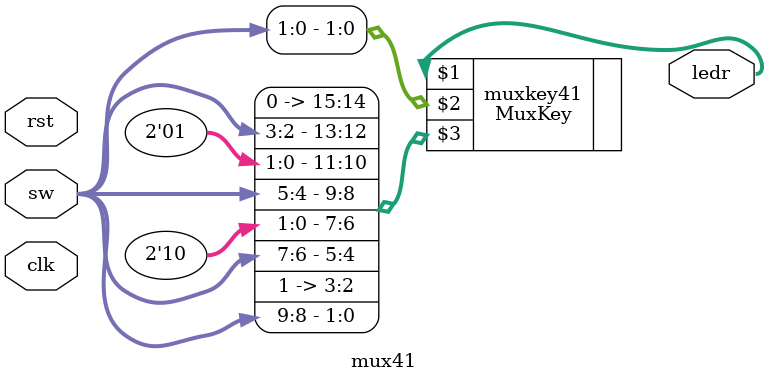
<source format=v>
module mux41(
  input  [9:0] sw,
  input clk,
  input rst,
  output [1:0] ledr);

  MuxKey #(4, 2, 2) muxkey41 (ledr, sw[1:0], {
    2'b00, sw[3:2],
    2'b01, sw[5:4],
    2'b10, sw[7:6],
    2'b11, sw[9:8]
  });
endmodule

</source>
